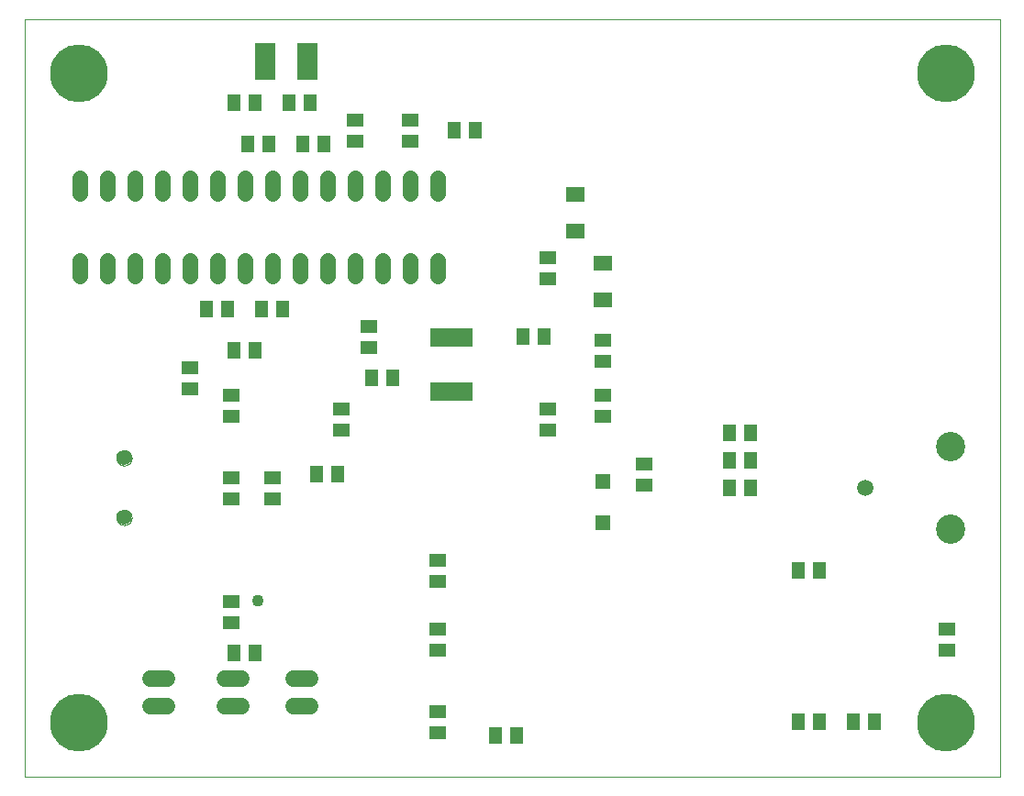
<source format=gbs>
G75*
%MOIN*%
%OFA0B0*%
%FSLAX25Y25*%
%IPPOS*%
%LPD*%
%AMOC8*
5,1,8,0,0,1.08239X$1,22.5*
%
%ADD10C,0.00000*%
%ADD11C,0.05562*%
%ADD12R,0.05906X0.05118*%
%ADD13R,0.05118X0.05906*%
%ADD14R,0.15748X0.07087*%
%ADD15R,0.07480X0.13386*%
%ADD16C,0.10630*%
%ADD17C,0.05984*%
%ADD18C,0.05512*%
%ADD19C,0.21000*%
%ADD20R,0.07087X0.05512*%
%ADD21R,0.05512X0.05512*%
%ADD22C,0.05962*%
%ADD23C,0.04331*%
D10*
X0055902Y0001800D02*
X0055902Y0277391D01*
X0410233Y0277391D01*
X0410233Y0001800D01*
X0055902Y0001800D01*
X0089370Y0096149D02*
X0089372Y0096254D01*
X0089378Y0096359D01*
X0089388Y0096463D01*
X0089402Y0096567D01*
X0089420Y0096671D01*
X0089442Y0096773D01*
X0089467Y0096875D01*
X0089497Y0096976D01*
X0089530Y0097075D01*
X0089567Y0097173D01*
X0089608Y0097270D01*
X0089653Y0097365D01*
X0089701Y0097458D01*
X0089752Y0097550D01*
X0089808Y0097639D01*
X0089866Y0097726D01*
X0089928Y0097811D01*
X0089992Y0097894D01*
X0090060Y0097974D01*
X0090131Y0098051D01*
X0090205Y0098125D01*
X0090282Y0098197D01*
X0090361Y0098266D01*
X0090443Y0098331D01*
X0090527Y0098394D01*
X0090614Y0098453D01*
X0090703Y0098509D01*
X0090794Y0098562D01*
X0090887Y0098611D01*
X0090981Y0098656D01*
X0091077Y0098698D01*
X0091175Y0098736D01*
X0091274Y0098770D01*
X0091375Y0098801D01*
X0091476Y0098827D01*
X0091579Y0098850D01*
X0091682Y0098869D01*
X0091786Y0098884D01*
X0091890Y0098895D01*
X0091995Y0098902D01*
X0092100Y0098905D01*
X0092205Y0098904D01*
X0092310Y0098899D01*
X0092414Y0098890D01*
X0092518Y0098877D01*
X0092622Y0098860D01*
X0092725Y0098839D01*
X0092827Y0098814D01*
X0092928Y0098786D01*
X0093027Y0098753D01*
X0093126Y0098717D01*
X0093223Y0098677D01*
X0093318Y0098634D01*
X0093412Y0098586D01*
X0093504Y0098536D01*
X0093594Y0098482D01*
X0093682Y0098424D01*
X0093767Y0098363D01*
X0093850Y0098299D01*
X0093931Y0098232D01*
X0094009Y0098162D01*
X0094084Y0098088D01*
X0094156Y0098013D01*
X0094226Y0097934D01*
X0094292Y0097853D01*
X0094356Y0097769D01*
X0094416Y0097683D01*
X0094472Y0097595D01*
X0094526Y0097504D01*
X0094576Y0097412D01*
X0094622Y0097318D01*
X0094665Y0097222D01*
X0094704Y0097124D01*
X0094739Y0097026D01*
X0094770Y0096925D01*
X0094798Y0096824D01*
X0094822Y0096722D01*
X0094842Y0096619D01*
X0094858Y0096515D01*
X0094870Y0096411D01*
X0094878Y0096306D01*
X0094882Y0096201D01*
X0094882Y0096097D01*
X0094878Y0095992D01*
X0094870Y0095887D01*
X0094858Y0095783D01*
X0094842Y0095679D01*
X0094822Y0095576D01*
X0094798Y0095474D01*
X0094770Y0095373D01*
X0094739Y0095272D01*
X0094704Y0095174D01*
X0094665Y0095076D01*
X0094622Y0094980D01*
X0094576Y0094886D01*
X0094526Y0094794D01*
X0094472Y0094703D01*
X0094416Y0094615D01*
X0094356Y0094529D01*
X0094292Y0094445D01*
X0094226Y0094364D01*
X0094156Y0094285D01*
X0094084Y0094210D01*
X0094009Y0094136D01*
X0093931Y0094066D01*
X0093850Y0093999D01*
X0093767Y0093935D01*
X0093682Y0093874D01*
X0093594Y0093816D01*
X0093504Y0093762D01*
X0093412Y0093712D01*
X0093318Y0093664D01*
X0093223Y0093621D01*
X0093126Y0093581D01*
X0093027Y0093545D01*
X0092928Y0093512D01*
X0092827Y0093484D01*
X0092725Y0093459D01*
X0092622Y0093438D01*
X0092518Y0093421D01*
X0092414Y0093408D01*
X0092310Y0093399D01*
X0092205Y0093394D01*
X0092100Y0093393D01*
X0091995Y0093396D01*
X0091890Y0093403D01*
X0091786Y0093414D01*
X0091682Y0093429D01*
X0091579Y0093448D01*
X0091476Y0093471D01*
X0091375Y0093497D01*
X0091274Y0093528D01*
X0091175Y0093562D01*
X0091077Y0093600D01*
X0090981Y0093642D01*
X0090887Y0093687D01*
X0090794Y0093736D01*
X0090703Y0093789D01*
X0090614Y0093845D01*
X0090527Y0093904D01*
X0090443Y0093967D01*
X0090361Y0094032D01*
X0090282Y0094101D01*
X0090205Y0094173D01*
X0090131Y0094247D01*
X0090060Y0094324D01*
X0089992Y0094404D01*
X0089928Y0094487D01*
X0089866Y0094572D01*
X0089808Y0094659D01*
X0089752Y0094748D01*
X0089701Y0094840D01*
X0089653Y0094933D01*
X0089608Y0095028D01*
X0089567Y0095125D01*
X0089530Y0095223D01*
X0089497Y0095322D01*
X0089467Y0095423D01*
X0089442Y0095525D01*
X0089420Y0095627D01*
X0089402Y0095731D01*
X0089388Y0095835D01*
X0089378Y0095939D01*
X0089372Y0096044D01*
X0089370Y0096149D01*
X0089370Y0117802D02*
X0089372Y0117907D01*
X0089378Y0118012D01*
X0089388Y0118116D01*
X0089402Y0118220D01*
X0089420Y0118324D01*
X0089442Y0118426D01*
X0089467Y0118528D01*
X0089497Y0118629D01*
X0089530Y0118728D01*
X0089567Y0118826D01*
X0089608Y0118923D01*
X0089653Y0119018D01*
X0089701Y0119111D01*
X0089752Y0119203D01*
X0089808Y0119292D01*
X0089866Y0119379D01*
X0089928Y0119464D01*
X0089992Y0119547D01*
X0090060Y0119627D01*
X0090131Y0119704D01*
X0090205Y0119778D01*
X0090282Y0119850D01*
X0090361Y0119919D01*
X0090443Y0119984D01*
X0090527Y0120047D01*
X0090614Y0120106D01*
X0090703Y0120162D01*
X0090794Y0120215D01*
X0090887Y0120264D01*
X0090981Y0120309D01*
X0091077Y0120351D01*
X0091175Y0120389D01*
X0091274Y0120423D01*
X0091375Y0120454D01*
X0091476Y0120480D01*
X0091579Y0120503D01*
X0091682Y0120522D01*
X0091786Y0120537D01*
X0091890Y0120548D01*
X0091995Y0120555D01*
X0092100Y0120558D01*
X0092205Y0120557D01*
X0092310Y0120552D01*
X0092414Y0120543D01*
X0092518Y0120530D01*
X0092622Y0120513D01*
X0092725Y0120492D01*
X0092827Y0120467D01*
X0092928Y0120439D01*
X0093027Y0120406D01*
X0093126Y0120370D01*
X0093223Y0120330D01*
X0093318Y0120287D01*
X0093412Y0120239D01*
X0093504Y0120189D01*
X0093594Y0120135D01*
X0093682Y0120077D01*
X0093767Y0120016D01*
X0093850Y0119952D01*
X0093931Y0119885D01*
X0094009Y0119815D01*
X0094084Y0119741D01*
X0094156Y0119666D01*
X0094226Y0119587D01*
X0094292Y0119506D01*
X0094356Y0119422D01*
X0094416Y0119336D01*
X0094472Y0119248D01*
X0094526Y0119157D01*
X0094576Y0119065D01*
X0094622Y0118971D01*
X0094665Y0118875D01*
X0094704Y0118777D01*
X0094739Y0118679D01*
X0094770Y0118578D01*
X0094798Y0118477D01*
X0094822Y0118375D01*
X0094842Y0118272D01*
X0094858Y0118168D01*
X0094870Y0118064D01*
X0094878Y0117959D01*
X0094882Y0117854D01*
X0094882Y0117750D01*
X0094878Y0117645D01*
X0094870Y0117540D01*
X0094858Y0117436D01*
X0094842Y0117332D01*
X0094822Y0117229D01*
X0094798Y0117127D01*
X0094770Y0117026D01*
X0094739Y0116925D01*
X0094704Y0116827D01*
X0094665Y0116729D01*
X0094622Y0116633D01*
X0094576Y0116539D01*
X0094526Y0116447D01*
X0094472Y0116356D01*
X0094416Y0116268D01*
X0094356Y0116182D01*
X0094292Y0116098D01*
X0094226Y0116017D01*
X0094156Y0115938D01*
X0094084Y0115863D01*
X0094009Y0115789D01*
X0093931Y0115719D01*
X0093850Y0115652D01*
X0093767Y0115588D01*
X0093682Y0115527D01*
X0093594Y0115469D01*
X0093504Y0115415D01*
X0093412Y0115365D01*
X0093318Y0115317D01*
X0093223Y0115274D01*
X0093126Y0115234D01*
X0093027Y0115198D01*
X0092928Y0115165D01*
X0092827Y0115137D01*
X0092725Y0115112D01*
X0092622Y0115091D01*
X0092518Y0115074D01*
X0092414Y0115061D01*
X0092310Y0115052D01*
X0092205Y0115047D01*
X0092100Y0115046D01*
X0091995Y0115049D01*
X0091890Y0115056D01*
X0091786Y0115067D01*
X0091682Y0115082D01*
X0091579Y0115101D01*
X0091476Y0115124D01*
X0091375Y0115150D01*
X0091274Y0115181D01*
X0091175Y0115215D01*
X0091077Y0115253D01*
X0090981Y0115295D01*
X0090887Y0115340D01*
X0090794Y0115389D01*
X0090703Y0115442D01*
X0090614Y0115498D01*
X0090527Y0115557D01*
X0090443Y0115620D01*
X0090361Y0115685D01*
X0090282Y0115754D01*
X0090205Y0115826D01*
X0090131Y0115900D01*
X0090060Y0115977D01*
X0089992Y0116057D01*
X0089928Y0116140D01*
X0089866Y0116225D01*
X0089808Y0116312D01*
X0089752Y0116401D01*
X0089701Y0116493D01*
X0089653Y0116586D01*
X0089608Y0116681D01*
X0089567Y0116778D01*
X0089530Y0116876D01*
X0089497Y0116975D01*
X0089467Y0117076D01*
X0089442Y0117178D01*
X0089420Y0117280D01*
X0089402Y0117384D01*
X0089388Y0117488D01*
X0089378Y0117592D01*
X0089372Y0117697D01*
X0089370Y0117802D01*
D11*
X0085902Y0184019D02*
X0085902Y0189581D01*
X0075902Y0189581D02*
X0075902Y0184019D01*
X0095902Y0184019D02*
X0095902Y0189581D01*
X0105902Y0189581D02*
X0105902Y0184019D01*
X0115902Y0184019D02*
X0115902Y0189581D01*
X0125902Y0189581D02*
X0125902Y0184019D01*
X0135902Y0184019D02*
X0135902Y0189581D01*
X0145902Y0189581D02*
X0145902Y0184019D01*
X0155902Y0184019D02*
X0155902Y0189581D01*
X0165902Y0189581D02*
X0165902Y0184019D01*
X0175902Y0184019D02*
X0175902Y0189581D01*
X0185902Y0189581D02*
X0185902Y0184019D01*
X0195902Y0184019D02*
X0195902Y0189581D01*
X0205902Y0189581D02*
X0205902Y0184019D01*
X0205902Y0214019D02*
X0205902Y0219581D01*
X0195902Y0219581D02*
X0195902Y0214019D01*
X0185902Y0214019D02*
X0185902Y0219581D01*
X0175902Y0219581D02*
X0175902Y0214019D01*
X0165902Y0214019D02*
X0165902Y0219581D01*
X0155902Y0219581D02*
X0155902Y0214019D01*
X0145902Y0214019D02*
X0145902Y0219581D01*
X0135902Y0219581D02*
X0135902Y0214019D01*
X0125902Y0214019D02*
X0125902Y0219581D01*
X0115902Y0219581D02*
X0115902Y0214019D01*
X0105902Y0214019D02*
X0105902Y0219581D01*
X0095902Y0219581D02*
X0095902Y0214019D01*
X0085902Y0214019D02*
X0085902Y0219581D01*
X0075902Y0219581D02*
X0075902Y0214019D01*
D12*
X0115902Y0150540D03*
X0115902Y0143060D03*
X0130902Y0140540D03*
X0130902Y0133060D03*
X0130902Y0110540D03*
X0130902Y0103060D03*
X0145902Y0103060D03*
X0145902Y0110540D03*
X0170902Y0128060D03*
X0170902Y0135540D03*
X0180902Y0158060D03*
X0180902Y0165540D03*
X0245902Y0183060D03*
X0245902Y0190540D03*
X0265902Y0160540D03*
X0265902Y0153060D03*
X0265902Y0140540D03*
X0265902Y0133060D03*
X0245902Y0135540D03*
X0245902Y0128060D03*
X0280902Y0115540D03*
X0280902Y0108060D03*
X0205902Y0080540D03*
X0205902Y0073060D03*
X0205902Y0055540D03*
X0205902Y0048060D03*
X0205902Y0025540D03*
X0205902Y0018060D03*
X0130902Y0058060D03*
X0130902Y0065540D03*
X0175902Y0233060D03*
X0175902Y0240540D03*
X0195902Y0240540D03*
X0195902Y0233060D03*
X0390902Y0055540D03*
X0390902Y0048060D03*
D13*
X0364642Y0021800D03*
X0357162Y0021800D03*
X0344642Y0021800D03*
X0337162Y0021800D03*
X0337162Y0076800D03*
X0344642Y0076800D03*
X0319642Y0106800D03*
X0312162Y0106800D03*
X0312162Y0116800D03*
X0319642Y0116800D03*
X0319642Y0126800D03*
X0312162Y0126800D03*
X0244642Y0161800D03*
X0237162Y0161800D03*
X0189642Y0146800D03*
X0182162Y0146800D03*
X0149642Y0171800D03*
X0142162Y0171800D03*
X0129642Y0171800D03*
X0122162Y0171800D03*
X0132162Y0156800D03*
X0139642Y0156800D03*
X0162162Y0111800D03*
X0169642Y0111800D03*
X0139642Y0046800D03*
X0132162Y0046800D03*
X0227162Y0016800D03*
X0234642Y0016800D03*
X0164642Y0231800D03*
X0157162Y0231800D03*
X0144642Y0231800D03*
X0137162Y0231800D03*
X0139642Y0246800D03*
X0132162Y0246800D03*
X0152162Y0246800D03*
X0159642Y0246800D03*
X0212162Y0236800D03*
X0219642Y0236800D03*
D14*
X0210902Y0161643D03*
X0210902Y0141957D03*
D15*
X0158579Y0261800D03*
X0143225Y0261800D03*
D16*
X0392223Y0121761D03*
X0392223Y0091839D03*
D17*
X0361515Y0106800D03*
D18*
X0092126Y0096149D03*
X0092126Y0117802D03*
D19*
X0075587Y0021485D03*
X0390548Y0021485D03*
X0390548Y0257706D03*
X0075587Y0257706D03*
D20*
X0255902Y0213493D03*
X0255902Y0200107D03*
X0265902Y0188493D03*
X0265902Y0175107D03*
D21*
X0265902Y0109280D03*
X0265902Y0094320D03*
D22*
X0159703Y0037456D02*
X0153741Y0037456D01*
X0153741Y0027456D02*
X0159703Y0027456D01*
X0134702Y0027456D02*
X0128740Y0027456D01*
X0128740Y0037456D02*
X0134702Y0037456D01*
X0107572Y0037456D02*
X0101609Y0037456D01*
X0101609Y0027456D02*
X0107572Y0027456D01*
D23*
X0140760Y0065946D03*
M02*

</source>
